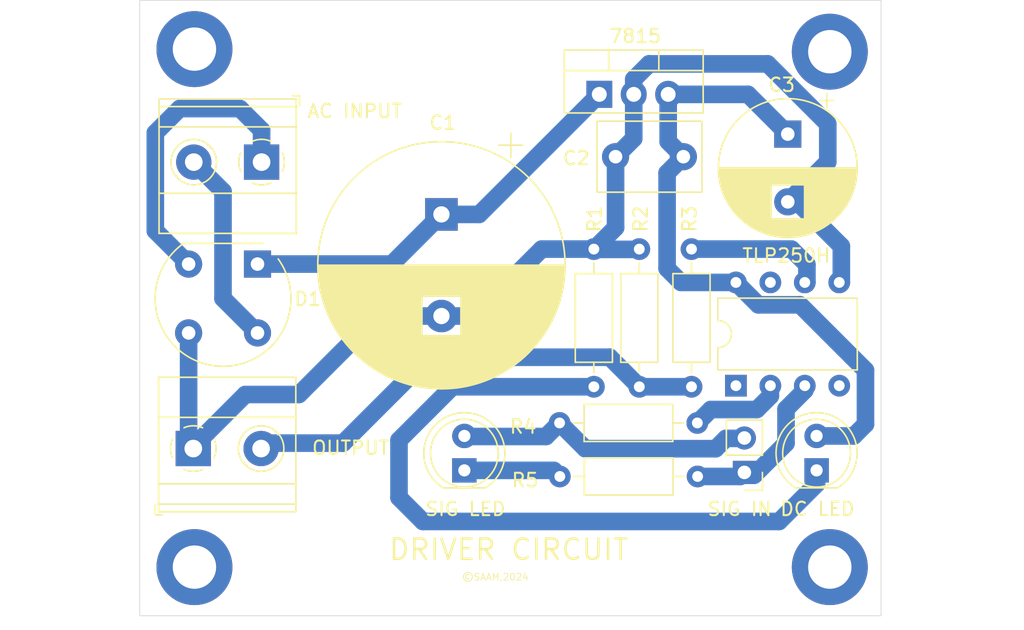
<source format=kicad_pcb>
(kicad_pcb (version 20240108) (generator "pcbnew") (generator_version "8.0")
  (layers (0 "F.Cu" signal) (31 "B.Cu" signal) (34 "B.Paste" user) (35 "F.Paste" user) (36 "B.SilkS" user "B.Silkscreen") (37 "F.SilkS" user "F.Silkscreen") (38 "B.Mask" user) (39 "F.Mask" user) (44 "Edge.Cuts" user))
  (net 0 "")
  (net 1 "GND")
  (net 2 "Net-(D1-+)")
  (net 3 "Net-(D2-A)")
  (net 4 "Net-(J1-Pin_1)")
  (net 5 "Net-(J1-Pin_2)")
  (net 6 "Net-(D2-K)")
  (net 7 "Net-(D3-A)")
  (net 8 "Net-(D3-K)")
  (net 9 "Net-(J2-Pin_2)")
  (net 10 "GND1")
  (net 11 "Net-(R3-Pad2)")
  (net 12 "Net-(U2-A)")
  (footprint "MountingHole:MountingHole_3.2mm_M3_DIN965_Pad" (layer "F.Cu") (at 135.8 57.85)
    (property "Reference" "." (at 0.37 0.23 0) (layer "F.SilkS"))
    (property "Value" "MountingHole_3.2mm_M3_DIN965_Pad")
    (pad "1" thru_hole circle (at 0 0) (size 5.6 5.6) (drill 3.2) (layers "*.Cu" "*.Mask"))
  )
  (footprint "TerminalBlock_Phoenix:TerminalBlock_Phoenix_MKDS-1,5-2_1x02_P5.00mm_Horizontal" (layer "F.Cu") (at 88.86 87.14)
    (property "Reference" "OUTPUT" (at 11.605 -0.05 0) (layer "F.SilkS"))
    (property "Value" "Screw_Terminal_01x02")
    (pad "1" thru_hole rect (at 0 0) (size 2.6 2.6) (drill 1.3) (layers "*.Cu" "*.Mask") (net 1 "GND"))
    (pad "2" thru_hole circle (at 5 0) (size 2.6 2.6) (drill 1.3) (layers "*.Cu" "*.Mask") (net 9 "Net-(J2-Pin_2)"))
  )
  (footprint "Connector_PinHeader_2.54mm:PinHeader_1x02_P2.54mm_Vertical" (layer "F.Cu") (at 129.5 88.9 180)
    (property "Reference" "SIG IN" (at 0.35 -2.7 0) (layer "F.SilkS"))
    (property "Value" "Conn_01x02_Pin")
    (pad "1" thru_hole rect (at 0 0 180) (size 1.7 1.7) (drill 1) (layers "*.Cu" "*.Mask") (net 10 "GND1"))
    (pad "2" thru_hole oval (at 0 2.54 180) (size 1.7 1.7) (drill 1) (layers "*.Cu" "*.Mask") (net 7 "Net-(D3-A)"))
  )
  (footprint "LED_THT:LED_D5.0mm" (layer "F.Cu") (at 134.825 88.75 90)
    (property "Reference" "DC LED" (at -2.85 0.065 0) (layer "F.SilkS"))
    (property "Value" "LED")
    (pad "1" thru_hole rect (at 0 0 90) (size 1.8 1.8) (drill 0.9) (layers "*.Cu" "*.Mask") (net 6 "Net-(D2-K)"))
    (pad "2" thru_hole circle (at 2.54 0 90) (size 1.8 1.8) (drill 0.9) (layers "*.Cu" "*.Mask") (net 3 "Net-(D2-A)"))
  )
  (footprint "Resistor_THT:R_Axial_DIN0207_L6.3mm_D2.5mm_P10.16mm_Horizontal" (layer "F.Cu") (at 121.75 82.58 90)
    (property "Reference" "R2" (at 12.38 0.1 90) (layer "F.SilkS"))
    (property "Value" "10K")
    (pad "1" thru_hole circle (at 0 0 90) (size 1.6 1.6) (drill 0.8) (layers "*.Cu" "*.Mask") (net 9 "Net-(J2-Pin_2)"))
    (pad "2" thru_hole oval (at 10.16 0 90) (size 1.6 1.6) (drill 0.8) (layers "*.Cu" "*.Mask") (net 1 "GND"))
  )
  (footprint "Diode_THT:Diode_Bridge_Round_D9.8mm" (layer "F.Cu") (at 93.595 73.525 -90)
    (property "Reference" "D1" (at 2.575 -3.705 180) (layer "F.SilkS"))
    (property "Value" "W10G")
    (pad "1" thru_hole rect (at 0 0 270) (size 2 2) (drill 1) (layers "*.Cu" "*.Mask") (net 2 "Net-(D1-+)"))
    (pad "2" thru_hole oval (at 0 5.08 270) (size 2 2) (drill 1) (layers "*.Cu" "*.Mask") (net 4 "Net-(J1-Pin_1)"))
    (pad "3" thru_hole oval (at 5.08 5.08 270) (size 2 2) (drill 1) (layers "*.Cu" "*.Mask") (net 1 "GND"))
    (pad "4" thru_hole oval (at 5.08 0 270) (size 2 2) (drill 1) (layers "*.Cu" "*.Mask") (net 5 "Net-(J1-Pin_2)"))
  )
  (footprint "Resistor_THT:R_Axial_DIN0207_L6.3mm_D2.5mm_P10.16mm_Horizontal" (layer "F.Cu") (at 115.89 89.2)
    (property "Reference" "R5" (at -2.565 0.275 0) (layer "F.SilkS"))
    (property "Value" "2.2K")
    (pad "1" thru_hole circle (at 0 0) (size 1.6 1.6) (drill 0.8) (layers "*.Cu" "*.Mask") (net 8 "Net-(D3-K)"))
    (pad "2" thru_hole oval (at 10.16 0) (size 1.6 1.6) (drill 0.8) (layers "*.Cu" "*.Mask") (net 10 "GND1"))
  )
  (footprint "MountingHole:MountingHole_3.2mm_M3_DIN965_Pad" (layer "F.Cu") (at 88.945 57.66)
    (property "Reference" "." (at 0.29 0.11 0) (layer "F.SilkS"))
    (property "Value" "MountingHole_3.2mm_M3_DIN965_Pad")
    (pad "1" thru_hole circle (at 0 0) (size 5.6 5.6) (drill 3.2) (layers "*.Cu" "*.Mask"))
  )
  (footprint "Capacitor_THT:CP_Radial_D18.0mm_P7.50mm" (layer "F.Cu") (at 107.16 69.86 -90)
    (property "Reference" "C1" (at -6.77222 -0.1 0) (layer "F.SilkS"))
    (property "Value" "2200uF 50V")
    (pad "1" thru_hole rect (at 0 0 270) (size 2.4 2.4) (drill 1.2) (layers "*.Cu" "*.Mask") (net 2 "Net-(D1-+)"))
    (pad "2" thru_hole circle (at 7.5 0 270) (size 2.4 2.4) (drill 1.2) (layers "*.Cu" "*.Mask") (net 1 "GND"))
  )
  (footprint "TerminalBlock_Phoenix:TerminalBlock_Phoenix_MKDS-1,5-2_1x02_P5.00mm_Horizontal" (layer "F.Cu") (at 93.895 66 180)
    (property "Reference" "AC INPUT" (at -6.865 3.77 0) (layer "F.SilkS"))
    (property "Value" "Screw_Terminal_01x02")
    (pad "1" thru_hole rect (at 0 0 180) (size 2.6 2.6) (drill 1.3) (layers "*.Cu" "*.Mask") (net 4 "Net-(J1-Pin_1)"))
    (pad "2" thru_hole circle (at 5 0 180) (size 2.6 2.6) (drill 1.3) (layers "*.Cu" "*.Mask") (net 5 "Net-(J1-Pin_2)"))
  )
  (footprint "Resistor_THT:R_Axial_DIN0207_L6.3mm_D2.5mm_P10.16mm_Horizontal" (layer "F.Cu") (at 125.6 82.58 90)
    (property "Reference" "R3" (at 12.38 -0.15 90) (layer "F.SilkS"))
    (property "Value" "10E")
    (pad "1" thru_hole circle (at 0 0 90) (size 1.6 1.6) (drill 0.8) (layers "*.Cu" "*.Mask") (net 9 "Net-(J2-Pin_2)"))
    (pad "2" thru_hole oval (at 10.16 0 90) (size 1.6 1.6) (drill 0.8) (layers "*.Cu" "*.Mask") (net 11 "Net-(R3-Pad2)"))
  )
  (footprint "Capacitor_THT:CP_Radial_D10.0mm_P5.00mm" (layer "F.Cu") (at 132.7 63.932323 -90)
    (property "Reference" "C3" (at -3.632323 0.45 0) (layer "F.SilkS"))
    (property "Value" "220uF 50V")
    (pad "1" thru_hole rect (at 0 0 270) (size 2 2) (drill 1) (layers "*.Cu" "*.Mask") (net 3 "Net-(D2-A)"))
    (pad "2" thru_hole circle (at 5 0 270) (size 2 2) (drill 1) (layers "*.Cu" "*.Mask") (net 1 "GND"))
  )
  (footprint "Capacitor_THT:C_Disc_D7.5mm_W5.0mm_P5.00mm" (layer "F.Cu") (at 125 65.6 180)
    (property "Reference" "C2" (at 7.9 -0.105 0) (layer "F.SilkS"))
    (property "Value" "0.1uF")
    (pad "1" thru_hole circle (at 0 0 180) (size 2 2) (drill 1) (layers "*.Cu" "*.Mask") (net 3 "Net-(D2-A)"))
    (pad "2" thru_hole circle (at 5 0 180) (size 2 2) (drill 1) (layers "*.Cu" "*.Mask") (net 1 "GND"))
  )
  (footprint "Resistor_THT:R_Axial_DIN0207_L6.3mm_D2.5mm_P10.16mm_Horizontal" (layer "F.Cu") (at 118.4 82.58 90)
    (property "Reference" "R1" (at 12.38 0.05 90) (layer "F.SilkS"))
    (property "Value" "2.2k")
    (pad "1" thru_hole circle (at 0 0 90) (size 1.6 1.6) (drill 0.8) (layers "*.Cu" "*.Mask") (net 6 "Net-(D2-K)"))
    (pad "2" thru_hole oval (at 10.16 0 90) (size 1.6 1.6) (drill 0.8) (layers "*.Cu" "*.Mask") (net 1 "GND"))
  )
  (footprint "Package_DIP:DIP-8_W7.62mm" (layer "F.Cu") (at 128.875 82.5 90)
    (property "Reference" "TLP250H" (at 9.6 3.72 180) (layer "F.SilkS"))
    (property "Value" "TLP250")
    (pad "1" thru_hole rect (at 0 0 90) (size 1.6 1.6) (drill 0.8) (layers "*.Cu" "*.Mask"))
    (pad "2" thru_hole oval (at 0 2.54 90) (size 1.6 1.6) (drill 0.8) (layers "*.Cu" "*.Mask") (net 12 "Net-(U2-A)"))
    (pad "3" thru_hole oval (at 0 5.08 90) (size 1.6 1.6) (drill 0.8) (layers "*.Cu" "*.Mask") (net 10 "GND1"))
    (pad "4" thru_hole oval (at 0 7.62 90) (size 1.6 1.6) (drill 0.8) (layers "*.Cu" "*.Mask"))
    (pad "5" thru_hole oval (at 7.62 7.62 90) (size 1.6 1.6) (drill 0.8) (layers "*.Cu" "*.Mask") (net 1 "GND"))
    (pad "6" thru_hole oval (at 7.62 5.08 90) (size 1.6 1.6) (drill 0.8) (layers "*.Cu" "*.Mask") (net 11 "Net-(R3-Pad2)"))
    (pad "7" thru_hole oval (at 7.62 2.54 90) (size 1.6 1.6) (drill 0.8) (layers "*.Cu" "*.Mask"))
    (pad "8" thru_hole oval (at 7.62 0 90) (size 1.6 1.6) (drill 0.8) (layers "*.Cu" "*.Mask") (net 3 "Net-(D2-A)"))
  )
  (footprint "MountingHole:MountingHole_3.2mm_M3_DIN965_Pad" (layer "F.Cu") (at 135.8 95.89)
    (property "Reference" "." (at 0.03 0.86 0) (layer "F.SilkS"))
    (property "Value" "MountingHole_3.2mm_M3_DIN965_Pad")
    (pad "1" thru_hole circle (at 0 0) (size 5.6 5.6) (drill 3.2) (layers "*.Cu" "*.Mask"))
  )
  (footprint "Package_TO_SOT_THT:TO-220-3_Vertical" (layer "F.Cu") (at 118.8 61)
    (property "Reference" "7815" (at 2.65 -4.3 0) (layer "F.SilkS"))
    (property "Value" "L7815")
    (pad "1" thru_hole rect (at 0 0) (size 1.905 2) (drill 1.1) (layers "*.Cu" "*.Mask") (net 2 "Net-(D1-+)"))
    (pad "2" thru_hole oval (at 2.54 0) (size 1.905 2) (drill 1.1) (layers "*.Cu" "*.Mask") (net 1 "GND"))
    (pad "3" thru_hole oval (at 5.08 0) (size 1.905 2) (drill 1.1) (layers "*.Cu" "*.Mask") (net 3 "Net-(D2-A)"))
  )
  (footprint "MountingHole:MountingHole_3.2mm_M3_DIN965_Pad" (layer "F.Cu") (at 88.945 95.89)
    (property "Reference" "." (hide yes))
    (property "Value" "MountingHole_3.2mm_M3_DIN965_Pad")
    (pad "1" thru_hole circle (at 0 0) (size 5.6 5.6) (drill 3.2) (layers "*.Cu" "*.Mask"))
  )
  (footprint "LED_THT:LED_D5.0mm" (layer "F.Cu") (at 108.85 88.75 90)
    (property "Reference" "SIG LED" (at -2.85 0.08 0) (layer "F.SilkS"))
    (property "Value" "LED")
    (pad "1" thru_hole rect (at 0 0 90) (size 1.8 1.8) (drill 0.9) (layers "*.Cu" "*.Mask") (net 8 "Net-(D3-K)"))
    (pad "2" thru_hole circle (at 2.54 0 90) (size 1.8 1.8) (drill 0.9) (layers "*.Cu" "*.Mask") (net 7 "Net-(D3-A)"))
  )
  (footprint "Resistor_THT:R_Axial_DIN0207_L6.3mm_D2.5mm_P10.16mm_Horizontal" (layer "F.Cu") (at 126.03 85.25 180)
    (property "Reference" "R4" (at 12.85 -0.275 0) (layer "F.SilkS"))
    (property "Value" "220E")
    (pad "1" thru_hole circle (at 0 0 180) (size 1.6 1.6) (drill 0.8) (layers "*.Cu" "*.Mask") (net 12 "Net-(U2-A)"))
    (pad "2" thru_hole oval (at 10.16 0 180) (size 1.6 1.6) (drill 0.8) (layers "*.Cu" "*.Mask") (net 7 "Net-(D3-A)"))
  )
  (gr_rect (start 84.91 54.06) (end 139.58 99.48) (stroke (width 0.05)) (fill none) (layer "Edge.Cuts"))
  (gr_text "©SAAM,2024" (at 108.64 96.91 0) (layer "F.SilkS") (effects (font (size 0.5 0.5) (thickness 0.0625)) (justify left bottom)))
  (gr_text "DRIVER CIRCUIT" (at 103.18 95.47 0) (layer "F.SilkS") (effects (font (size 1.5 1.5) (thickness 0.1875)) (justify left bottom)))
  (segment (start 120 70.84) (end 118.4 72.44) (width 1.3) (layer "B.Cu") (net 1))
  (segment (start 133.382323 68.932323) (end 136.65 72.2) (width 1.3) (layer "B.Cu") (net 1))
  (segment (start 88.515 86.66) (end 88.895 87.04) (width 1.3) (layer "B.Cu") (net 1))
  (segment (start 92.7 83.15) (end 96.65 83.15) (width 1.3) (layer "B.Cu") (net 1))
  (segment (start 122.475 58.75) (end 131.217677 58.75) (width 1.3) (layer "B.Cu") (net 1))
  (segment (start 120 65.6) (end 120 70.84) (width 1.3) (layer "B.Cu") (net 1))
  (segment (start 132.7 68.932323) (end 133.382323 68.932323) (width 1.3) (layer "B.Cu") (net 1))
  (segment (start 88.895 87.04) (end 88.895 86.955) (width 1.3) (layer "B.Cu") (net 1))
  (segment (start 121.34 59.885) (end 122.475 58.75) (width 1.3) (layer "B.Cu") (net 1))
  (segment (start 121.34 61) (end 121.34 59.885) (width 1.3) (layer "B.Cu") (net 1))
  (segment (start 88.515 78.605) (end 88.515 86.66) (width 1.3) (layer "B.Cu") (net 1))
  (segment (start 88.895 86.955) (end 92.7 83.15) (width 1.3) (layer "B.Cu") (net 1))
  (segment (start 131.217677 58.75) (end 135.65 63.182323) (width 1.3) (layer "B.Cu") (net 1))
  (segment (start 102.44 77.36) (end 107.16 77.36) (width 1.3) (layer "B.Cu") (net 1))
  (segment (start 96.65 83.15) (end 102.44 77.36) (width 1.3) (layer "B.Cu") (net 1))
  (segment (start 135.65 63.182323) (end 135.65 65.982323) (width 1.3) (layer "B.Cu") (net 1))
  (segment (start 135.65 65.982323) (end 132.7 68.932323) (width 1.3) (layer "B.Cu") (net 1))
  (segment (start 114.55222 72.42) (end 118.4 72.42) (width 1.3) (layer "B.Cu") (net 1))
  (segment (start 121.34 61) (end 121.34 64.26) (width 1.3) (layer "B.Cu") (net 1))
  (segment (start 109.61222 77.36) (end 114.55222 72.42) (width 1.3) (layer "B.Cu") (net 1))
  (segment (start 121.75 72.44) (end 118.4 72.44) (width 1.3) (layer "B.Cu") (net 1))
  (segment (start 121.34 64.26) (end 120 65.6) (width 1.3) (layer "B.Cu") (net 1))
  (segment (start 107.16 77.36) (end 109.61222 77.36) (width 1.3) (layer "B.Cu") (net 1))
  (segment (start 136.65 72.2) (end 136.65 74.88) (width 1.3) (layer "B.Cu") (net 1))
  (segment (start 103.495 73.525) (end 107.16 69.86) (width 1.3) (layer "B.Cu") (net 2))
  (segment (start 107.16 69.86) (end 109.94 69.86) (width 1.3) (layer "B.Cu") (net 2))
  (segment (start 109.94 69.86) (end 118.8 61) (width 1.3) (layer "B.Cu") (net 2))
  (segment (start 93.595 73.525) (end 103.495 73.525) (width 1.3) (layer "B.Cu") (net 2))
  (segment (start 123.88 61) (end 123.88 64.48) (width 1.3) (layer "B.Cu") (net 3))
  (segment (start 123.8 73.85) (end 124.83 74.88) (width 1.3) (layer "B.Cu") (net 3))
  (segment (start 138.43 81.36) (end 133.6 76.53) (width 1.3) (layer "B.Cu") (net 3))
  (segment (start 123.88 64.48) (end 125 65.6) (width 1.3) (layer "B.Cu") (net 3))
  (segment (start 134.825 86.21) (end 137.57 86.21) (width 1.3) (layer "B.Cu") (net 3))
  (segment (start 130.525 76.53) (end 128.875 74.88) (width 1.3) (layer "B.Cu") (net 3))
  (segment (start 124.83 74.88) (end 129.03 74.88) (width 1.3) (layer "B.Cu") (net 3))
  (segment (start 133.6 76.53) (end 130.525 76.53) (width 1.3) (layer "B.Cu") (net 3))
  (segment (start 138.43 85.35) (end 138.43 81.36) (width 1.3) (layer "B.Cu") (net 3))
  (segment (start 125 65.6) (end 123.8 66.8) (width 1.3) (layer "B.Cu") (net 3))
  (segment (start 123.8 66.8) (end 123.8 73.85) (width 1.3) (layer "B.Cu") (net 3))
  (segment (start 137.57 86.21) (end 138.43 85.35) (width 1.3) (layer "B.Cu") (net 3))
  (segment (start 123.88 61) (end 129.767677 61) (width 1.3) (layer "B.Cu") (net 3))
  (segment (start 129.767677 61) (end 132.7 63.932323) (width 1.3) (layer "B.Cu") (net 3))
  (segment (start 93.895 63.645) (end 92.3 62.05) (width 1.3) (layer "B.Cu") (net 4))
  (segment (start 93.895 66) (end 93.895 63.645) (width 1.3) (layer "B.Cu") (net 4))
  (segment (start 87.85 62.05) (end 86.06 63.84) (width 1.3) (layer "B.Cu") (net 4))
  (segment (start 92.3 62.05) (end 87.85 62.05) (width 1.3) (layer "B.Cu") (net 4))
  (segment (start 86.06 63.84) (end 86.06 71.07) (width 1.3) (layer "B.Cu") (net 4))
  (segment (start 86.06 71.07) (end 88.515 73.525) (width 1.3) (layer "B.Cu") (net 4))
  (segment (start 91.05 68.155) (end 91.05 76.06) (width 1.3) (layer "B.Cu") (net 5))
  (segment (start 88.895 66) (end 91.05 68.155) (width 1.3) (layer "B.Cu") (net 5))
  (segment (start 91.05 76.06) (end 93.595 78.605) (width 1.3) (layer "B.Cu") (net 5))
  (segment (start 104.03 86.52) (end 107.97 82.58) (width 1.3) (layer "B.Cu") (net 6))
  (segment (start 107.97 82.58) (end 118.4 82.58) (width 1.3) (layer "B.Cu") (net 6))
  (segment (start 134.825 88.75) (end 134.825 89.755) (width 1.3) (layer "B.Cu") (net 6))
  (segment (start 104.03 90.76) (end 104.03 86.52) (width 1.3) (layer "B.Cu") (net 6))
  (segment (start 118.4 82.6) (end 118.4 82.58) (width 1.3) (layer "B.Cu") (net 6))
  (segment (start 132.06 92.52) (end 105.79 92.52) (width 1.3) (layer "B.Cu") (net 6))
  (segment (start 105.79 92.52) (end 104.03 90.76) (width 1.3) (layer "B.Cu") (net 6))
  (segment (start 118.4 82.6) (end 118.37 82.63) (width 1.3) (layer "B.Cu") (net 6))
  (segment (start 134.825 89.755) (end 132.06 92.52) (width 1.3) (layer "B.Cu") (net 6))
  (segment (start 128.14 86.39) (end 127.38 87.15) (width 1.3) (layer "B.Cu") (net 7))
  (segment (start 108.85 86.03) (end 109.07 86.25) (width 1.3) (layer "B.Cu") (net 7))
  (segment (start 127.38 87.15) (end 117.77 87.15) (width 1.3) (layer "B.Cu") (net 7))
  (segment (start 109.07 86.25) (end 114.87 86.25) (width 1.3) (layer "B.Cu") (net 7))
  (segment (start 117.77 87.15) (end 115.87 85.25) (width 1.3) (layer "B.Cu") (net 7))
  (segment (start 114.87 86.25) (end 115.87 85.25) (width 1.3) (layer "B.Cu") (net 7))
  (segment (start 129.5 86.39) (end 128.14 86.39) (width 1.3) (layer "B.Cu") (net 7))
  (segment (start 115.44 88.75) (end 115.89 89.2) (width 1.3) (layer "B.Cu") (net 8))
  (segment (start 108.85 88.57) (end 109.07 88.79) (width 1.3) (layer "B.Cu") (net 8))
  (segment (start 108.85 88.75) (end 115.44 88.75) (width 1.3) (layer "B.Cu") (net 8))
  (segment (start 99.90132 86.74) (end 94.26 86.74) (width 1.3) (layer "B.Cu") (net 9))
  (segment (start 125.58 82.58) (end 125.6 82.6) (width 1.3) (layer "B.Cu") (net 9))
  (segment (start 121.75 82.58) (end 125.58 82.58) (width 1.3) (layer "B.Cu") (net 9))
  (segment (start 106.24132 80.4) (end 99.90132 86.74) (width 1.3) (layer "B.Cu") (net 9))
  (segment (start 121.75 82.58) (end 119.57 80.4) (width 1.3) (layer "B.Cu") (net 9))
  (segment (start 119.57 80.4) (end 106.24132 80.4) (width 1.3) (layer "B.Cu") (net 9))
  (segment (start 94.26 86.74) (end 93.86 87.14) (width 1.3) (layer "B.Cu") (net 9))
  (segment (start 132.57 86.75) (end 132.57 84.22632) (width 1.3) (layer "B.Cu") (net 10))
  (segment (start 129.32 89.11) (end 130.21 89.11) (width 1.3) (layer "B.Cu") (net 10))
  (segment (start 130.21 89.11) (end 132.57 86.75) (width 1.3) (layer "B.Cu") (net 10))
  (segment (start 126.05 89.2) (end 129.2 89.2) (width 1.3) (layer "B.Cu") (net 10))
  (segment (start 129.2 89.2) (end 129.5 88.9) (width 1.3) (layer "B.Cu") (net 10))
  (segment (start 133.955 82.84132) (end 133.955 82.5) (width 1.3) (layer "B.Cu") (net 10))
  (segment (start 132.57 84.22632) (end 133.955 82.84132) (width 1.3) (layer "B.Cu") (net 10))
  (segment (start 132.97 72.42) (end 134.11 73.56) (width 1.3) (layer "B.Cu") (net 11))
  (segment (start 125.62 72.42) (end 132.97 72.42) (width 1.3) (layer "B.Cu") (net 11))
  (segment (start 134.11 73.56) (end 134.11 74.88) (width 1.3) (layer "B.Cu") (net 11))
  (segment (start 125.6 72.44) (end 125.62 72.42) (width 1.3) (layer "B.Cu") (net 11))
  (segment (start 131.415 83.26) (end 131.415 82.5) (width 1.3) (layer "B.Cu") (net 12))
  (segment (start 130.415 84.26) (end 131.415 83.26) (width 1.3) (layer "B.Cu") (net 12))
  (segment (start 127.02 84.26) (end 130.415 84.26) (width 1.3) (layer "B.Cu") (net 12))
  (segment (start 126.03 85.25) (end 127.02 84.26) (width 1.3) (layer "B.Cu") (net 12))
)
</source>
